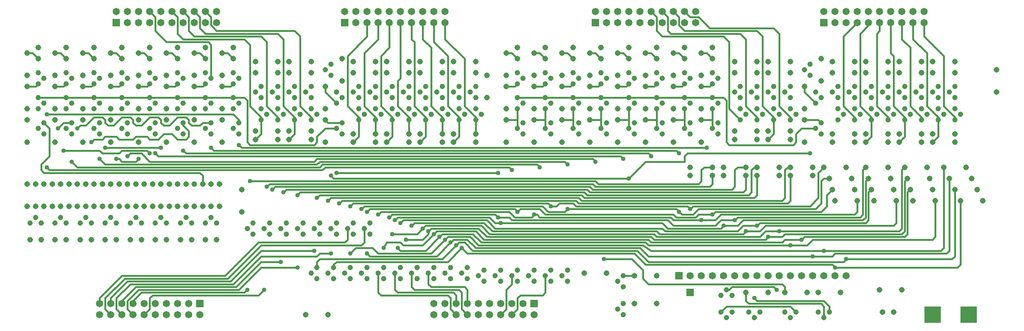
<source format=gtl>
G04 Output by ViewMate Deluxe V11.0.9  PentaLogix LLC*
G04 Mon Sep 14 11:20:40 2015*
%FSLAX33Y33*%
%MOMM*%
%IPPOS*%
%ADD11C,1.3081*%
%ADD12C,1.209*%
%ADD17C,1.016*%
%ADD114R,3.81X3.81*%
%ADD115R,1.651X1.651*%
%ADD116C,1.651*%
%ADD117R,1.8009X1.8009*%
%ADD118C,0.4064*%

%LPD*%
X0Y0D2*D118*G1X31521Y46038D2*X32156Y46038D1*X32791Y45402*X121691Y10478D2*X122961Y11748D1*X122961Y14288*X123596Y14922*X128676Y14922*X129311Y15558*X129311Y19368*X121691Y19368D2*X121691Y17462D1*X120421Y16192*X120421Y11748*X119151Y10478*X61366Y16192D2*X60731Y15558D1*X37236Y15558*X35331Y13652*X35331Y13018*X37871Y10478D2*X39141Y11748D1*X39141Y14288*X39776Y14922*X63906Y14922*X65176Y16192*X88036Y30162D2*X88036Y26988D1*X84226Y30162D2*X84226Y27622D1*X83591Y26988*X63906Y26988*X56286Y19368*X32791Y19368*X27711Y14288*X27711Y13018*X30251Y10478D2*X28981Y11748D1*X28981Y14288*X33426Y18732*X56921Y18732*X64541Y26352*X87401Y26352*X88036Y26988*X102641Y20002D2*X102641Y17462D1*X103276Y16828*X110896Y16828*X111531Y16192*X111531Y13018*X108991Y13018D2*X108991Y14922D1*X108356Y15558*X95656Y15558*X95021Y16192*X95021Y20002*X98831Y20002D2*X98831Y16828D1*X99466Y16192*X109626Y16192*X110261Y15558*X110261Y11748*X111531Y10478*X108991Y10478D2*X107721Y11748D1*X107721Y14288*X107086Y14922*X91846Y14922*X91211Y15558*X91211Y20002*X81051Y21272D2*X81051Y21908D1*X81686Y22542*X107086Y22542*X110261Y25718*X111531Y24448*X149631Y24448*X149631Y19368D2*X147091Y19368D1*X192176Y13018D2*X175666Y13018D1*X209956Y29528D2*X182651Y29528D1*X179476Y29528*X178206Y28258*X154711Y28258*X154076Y28892*X116611Y28892*X114706Y30798*X102006Y30798*X101371Y30162*X100101Y28892*X94386Y28892*X96926Y32068D2*X96291Y31432D1*X161061Y79692D2*X162331Y78422D1*X164236Y78422*X166776Y75882*X181381Y75882*X182651Y74612*X188366Y62548D2*X188366Y61278D1*X190906Y58738*X178841Y58102D2*X178841Y73978D1*X177571Y75248*X161061Y75248*X159791Y76518*X159791Y78422*X158521Y79692*X155981Y79692D2*X157251Y78422D1*X157251Y75248*X157886Y74612*X173761Y74612*X175031Y73342*X175031Y58102*X171221Y57468D2*X171221Y72708D1*X169951Y73978*X155981Y73978*X154711Y75248*X154711Y78422*X153441Y79692*X120421Y70168D2*X121691Y70168D1*X122961Y68898*X126771Y70168D2*X128041Y70168D1*X129311Y68898*X133121Y70168D2*X134391Y70168D1*X135661Y68898*X139471Y70168D2*X140741Y70168D1*X142011Y68898*X145821Y70168D2*X147091Y70168D1*X148361Y68898*X152171Y70168D2*X153441Y70168D1*X154711Y68898*X158521Y70168D2*X159791Y70168D1*X161061Y68898*X164871Y70168D2*X166141Y70168D1*X167411Y68898*X167411Y63182D2*X166776Y62548D1*X164871Y62548*X161061Y63182D2*X160426Y62548D1*X158521Y62548*X154711Y63182D2*X154076Y62548D1*X152171Y62548*X148361Y63182D2*X147726Y62548D1*X145821Y62548*X113436Y51752D2*X113436Y54928D1*X113436Y55562*X81686Y58738D2*X79146Y61278D1*X79146Y62548*X55651Y62548D2*X57556Y62548D1*X58191Y63182*X65811Y58102D2*X68351Y55562D1*X68351Y54928*X85496Y49848D2*X86766Y51118D1*X86766Y54928*X86766Y55562*X84226Y58102*X84226Y69532*X88671Y73978*X88671Y77152*X91211Y77152D2*X91211Y73342D1*X88036Y70168*X88036Y58102*X90576Y55562*X90576Y54928*X90576Y51752*X93116Y49848D2*X94386Y51118D1*X94386Y54928*X94386Y55562*X91846Y58102*X91846Y69532*X93751Y71438*X93751Y77152*X96291Y77152D2*X96291Y64452D1*X95656Y63818*X95656Y58102*X98196Y55562*X98196Y54928*X98196Y51752*X100736Y49848D2*X102006Y51118D1*X102006Y54928*X102006Y55562*X99466Y58102*X99466Y72708*X98831Y73342*X98831Y77152*X101371Y77152D2*X101371Y73342D1*X103276Y71438*X103276Y58102*X105816Y55562*X105816Y54928*X105816Y51752*X108356Y49848D2*X109626Y51118D1*X109626Y54928*X109626Y55562*X107086Y58102*X107086Y69532*X103911Y72708*X103911Y77152*X106451Y77152D2*X106451Y73342D1*X110896Y68898*X110896Y58102*X113436Y55562*X120421Y62548D2*X122326Y62548D1*X122961Y63182*X126771Y62548D2*X128676Y62548D1*X129311Y63182*X133121Y62548D2*X135026Y62548D1*X135661Y63182*X139471Y62548D2*X141376Y62548D1*X142011Y63182*X142011Y53022D2*X142011Y54928D1*X153441Y46672D2*X152806Y47308D1*X47396Y47308*X46761Y47942*X46761Y54292D2*X46761Y53658D1*X48031Y52388*X48031Y51118*X53111Y54292D2*X51206Y54292D1*X50571Y53658*X48666Y53658*X48031Y54292*X48031Y54928*X47396Y55562*X45491Y55562*X43586Y53658*X42316Y53658*X41681Y54292*X41681Y54928*X41046Y55562*X39141Y55562*X37236Y53658*X35966Y53658*X35331Y54292*X35331Y54928*X34696Y55562*X32791Y55562*X30886Y53658*X29616Y53658*X28981Y54292*X28981Y54928*X28346Y55562*X26441Y55562*X18186Y53022D2*X19456Y54292D1*X21361Y54292*X22631Y53022D2*X23266Y53658D1*X24536Y53658*X26441Y55562*X11201Y70168D2*X12471Y70168D1*X13741Y68898*X17551Y70168D2*X18821Y70168D1*X20091Y68898*X23901Y70168D2*X25171Y70168D1*X26441Y68898*X30251Y70168D2*X31521Y70168D1*X32791Y68898*X36601Y70168D2*X37871Y70168D1*X39141Y68898*X42951Y70168D2*X44221Y70168D1*X45491Y68898*X58191Y68898D2*X56921Y70168D1*X55651Y70168*X51841Y68898D2*X50571Y70168D1*X49301Y70168*X51841Y79692D2*X53111Y78422D1*X53111Y76518*X54381Y75248*X72161Y75248*X73431Y73978*X73431Y58102*X75971Y55562*X75971Y54928*X79146Y54928D2*X79781Y54292D1*X82956Y54292*X81686Y53022D2*X79146Y53022D1*X77241Y51118*X77241Y49848*X76606Y49212*X39141Y45402D2*X76606Y45402D1*X36601Y46038D2*X35966Y45402D1*X32791Y45402*X34061Y46672D2*X34696Y47308D1*X37236Y47308*X39141Y45402*X28981Y48578D2*X41681Y48578D1*X25806Y49848D2*X26441Y50482D1*X28346Y50482*X28981Y51118*X31521Y51118*X32156Y50482*X35331Y50482*X35966Y51118*X38506Y51118*X39141Y50482*X41046Y50482*X42316Y51752*X44221Y51752*X45491Y50482*X47396Y50482*X48031Y51118*X53111Y48578D2*X53746Y47942D1*X159156Y47942*X159791Y47308*X166141Y48578D2*X60096Y48578D1*X59461Y49212*X76606Y49212D2*X62001Y49212D1*X70891Y50482D2*X72161Y51752D1*X72161Y54928*X72161Y55562*X69621Y58102*X69621Y73342*X68351Y74612*X51841Y74612*X50571Y75882*X50571Y78422*X49301Y79692*X46761Y79692D2*X48031Y78422D1*X48031Y75248*X49301Y73978*X64541Y73978*X65811Y72708*X65811Y58102*X62001Y58102D2*X62001Y72072D1*X60731Y73342*X46761Y73342*X45491Y74612*X45491Y78422*X44221Y79692*X39141Y79692D2*X40411Y78422D1*X40411Y75248*X42951Y72708*X52476Y72708*X53111Y72072*X53111Y64452*X51841Y63182D2*X51206Y62548D1*X49301Y62548*X45491Y63182D2*X44856Y62548D1*X42951Y62548*X39141Y63182D2*X38506Y62548D1*X36601Y62548*X32791Y63182D2*X32156Y62548D1*X30251Y62548*X26441Y63182D2*X25806Y62548D1*X23901Y62548*X20091Y63182D2*X19456Y62548D1*X17551Y62548*X13741Y63182D2*X13106Y62548D1*X11201Y62548*X13741Y60008D2*X20091Y60008D1*X26441Y60008*X32791Y60008*X39141Y60008*X45491Y60008*X51841Y60008*X58191Y60008*X60731Y60008*X61366Y59372*X61366Y49848*X62001Y49212*X63271Y50482D2*X64541Y51752D1*X64541Y54928*X64541Y55562*X62001Y58102*X59461Y54292D2*X59461Y54928D1*X58191Y56198*X15646Y56198*X15011Y54292D2*X16281Y53022D1*X16281Y46672*X14376Y43498D2*X14376Y44768D1*X16281Y46672*X19456Y47942D2*X27711Y47942D1*X28346Y47308*X32156Y47308*X32791Y47942*X38506Y47942*X39141Y47308*X40411Y47308D2*X41046Y46672D1*X146456Y46672*X147091Y46038*X140741Y45402D2*X140106Y46038D1*X77241Y46038*X76606Y45402*X77241Y44768D2*X28981Y44768D1*X27711Y46038*X21361Y45402D2*X22631Y44132D1*X77876Y44132*X78511Y44768*X127406Y44768*X128041Y44132*X134391Y44768D2*X133756Y45402D1*X77876Y45402*X77241Y44768*X65811Y39688D2*X66446Y40322D1*X140106Y40322*X140741Y39688*X166776Y39688*X167411Y40322*X167411Y42228*X167411Y44132D2*X165506Y44132D1*X164871Y43498*X164871Y40958*X164236Y40322*X141376Y40322*X140741Y40958*X62001Y40958*X51206Y40322D2*X51206Y42228D1*X50571Y42862*X15011Y42862*X14376Y43498*X15646Y44132D2*X16281Y43498D1*X78511Y43498*X79146Y44132*X121056Y44132*X121691Y43498*X81686Y42862D2*X118516Y42862D1*X80416Y42228D2*X81051Y41592D1*X148361Y41592*X152171Y45402*X161061Y45402*X161061Y46672*X161696Y47308*X189636Y47308*X180111Y50482D2*X181381Y51752D1*X181381Y54928*X181381Y55562*X178841Y58102*X177571Y54928D2*X177571Y55562D1*X175031Y58102*X171221Y57468D2*X173761Y54928D1*X161061Y53022D2*X161061Y54928D1*X167411Y53022D2*X167411Y54928D1*X164871Y54928D2*X167411Y54928D1*X167411Y57468*X161061Y57468D2*X161061Y54928D1*X158521Y54928*X154711Y53022D2*X154711Y54928D1*X154711Y57468D2*X154711Y54928D1*X152171Y54928*X148361Y53022D2*X148361Y54928D1*X145821Y54928D2*X148361Y54928D1*X148361Y57468*X142011Y57468D2*X142011Y54928D1*X139471Y54928*X135661Y53022D2*X135661Y54928D1*X135661Y57468D2*X135661Y54928D1*X133121Y54928*X129311Y53022D2*X129311Y54928D1*X129311Y57468D2*X129311Y54928D1*X126771Y54928*X122961Y53022D2*X122961Y54928D1*X120421Y54928D2*X122961Y54928D1*X122961Y57468*X122961Y60008D2*X129311Y60008D1*X135661Y60008*X142011Y60008*X148361Y60008*X154711Y60008*X161061Y60008*X167411Y60008*X169951Y60008*X170586Y59372*X170586Y49848*X171221Y49212*X185826Y49212*X186461Y49848*X186461Y51752*X187731Y53022*X190906Y53022*X192176Y54292D2*X191541Y54928D1*X188366Y54928*X185191Y54928D2*X185191Y55562D1*X182651Y58102*X182651Y74612*X200431Y77152D2*X197256Y73978D1*X197256Y58102*X199796Y55562*X199796Y54928*X202336Y49848D2*X203606Y51118D1*X203606Y54928*X203606Y55562*X201066Y58102*X201066Y74612*X202971Y76518*X202971Y77152*X205511Y77152D2*X205511Y75248D1*X204876Y74612*X204876Y58102*X207416Y55562*X207416Y54928*X216306Y58102D2*X216306Y70168D1*X213131Y73342*X213131Y77152*X215671Y77152D2*X215671Y73978D1*X220116Y69532*X220116Y58102*X222656Y55562*X222656Y54928*X217576Y49848D2*X218846Y51118D1*X218846Y54928*X218846Y55562*X216306Y58102*X215036Y54928D2*X215036Y55562D1*X212496Y58102*X212496Y71438*X210591Y73342*X210591Y77152*X208051Y77152D2*X208051Y70168D1*X208686Y69532*X208686Y58102*X211226Y55562*X211226Y54928*X211226Y51118*X209956Y49848*X211226Y44132D2*X210591Y43498D1*X210591Y30162*X209956Y29528*X200431Y36512D2*X200431Y33972D1*X199796Y33338*X169316Y33338*X168046Y32068*X164871Y32068*X158521Y32068*X157886Y32702*X128041Y32702*X127406Y33338*X126771Y33338*X126136Y32702*X122326Y32702*X121056Y33972*X91846Y33972*X91211Y33338*X84861Y35242D2*X85496Y35878D1*X129946Y35878*X130581Y35242*X131851Y35242*X132486Y35878*X135661Y35878*X136296Y35242*X161696Y35242*X162331Y34608*X162966Y35242*X189636Y35242*X191541Y37148*X185191Y42228D2*X185191Y36512D1*X184556Y35878*X136931Y35878*X136296Y36512*X82956Y36512*X82321Y35878*X77241Y37148D2*X77876Y37782D1*X72796Y37782D2*X73431Y38418D1*X138201Y38418*X138836Y37782*X175666Y37782*X176301Y38418*X176301Y43498*X177571Y44132D2*X176936Y44132D1*X176301Y43498*X175031Y44132D2*X173126Y44132D1*X172491Y43498*X172491Y39688*X171856Y39052*X140106Y39052*X139471Y39688*X67716Y39688*X67081Y39052*X69621Y38418D2*X70256Y39052D1*X138836Y39052*X139471Y38418*X174396Y38418*X175031Y39052*X175031Y42228*X177571Y42228D2*X177571Y37782D1*X176936Y37148*X138201Y37148*X137566Y37782*X77876Y37782*X79781Y36512D2*X80416Y37148D1*X136931Y37148*X137566Y36512*X183286Y36512*X183921Y37148*X183921Y43498*X184556Y44132*X185191Y44132*X192811Y44132D2*X191541Y42862D1*X191541Y37148*X194716Y39052D2*X193446Y37782D1*X193446Y35242*X192176Y33972*X168046Y33972*X167411Y33338*X164236Y33338*X163601Y32702*X159156Y32702*X158521Y33338*X129311Y33338*X128041Y34608*X123596Y34608*X122961Y33972*X122326Y34608*X89306Y34608*X88671Y33972*X87401Y34608D2*X88036Y35242D1*X128676Y35242*X129946Y33972*X133756Y33972*X134391Y34608*X159156Y34608*X159791Y33972*X160426Y33338*X162966Y33338*X164236Y34608*X190906Y34608*X192176Y35878*X192176Y40958*X192811Y41592*X194081Y41592*X202336Y44132D2*X201701Y43498D1*X201701Y33338*X201066Y32702*X173126Y32702*X172491Y32068*X169316Y32068*X168046Y30798*X158521Y30798*X157251Y32068*X121691Y32068*X121056Y32702*X118516Y32702*X117881Y33338*X94386Y33338*X93751Y32702*X95021Y32068D2*X95656Y32702D1*X116611Y32702*X117881Y31432*X119151Y31432*X155981Y31432*X157251Y30162*X169316Y30162*X169951Y30798*X173126Y30798*X174396Y32068*X201701Y32068*X202336Y32702*X202336Y40958*X202971Y41592*X203606Y39052D2*X202971Y38418D1*X202971Y32068*X202336Y31432*X178206Y31432*X177571Y30798*X174396Y30798*X173126Y29528*X156616Y29528*X155981Y30162*X117881Y30162*X115976Y32068*X96926Y32068*X98831Y30798D2*X99466Y31432D1*X115341Y31432*X117246Y29528*X154711Y29528*X155346Y28892*X174396Y28892*X175031Y29528*X178206Y29528*X179476Y30798*X208686Y30798*X209321Y31432*X209321Y36512*X212496Y39052D2*X211861Y38418D1*X211861Y28892*X211226Y28258*X188366Y28258*X187731Y27622*X183921Y27622*X183286Y26988*X153441Y26988*X152806Y27622*X115341Y27622*X113436Y29528*X104546Y29528*X103911Y28892*X101371Y26352*X96926Y26352*X96291Y26988*X97561Y27622D2*X101371Y27622D1*X102641Y28892*X102641Y29528*X103276Y30162*X114071Y30162*X115976Y28258*X153441Y28258*X154076Y27622*X179476Y27622*X180111Y28258*X183286Y28258*X183921Y28892*X210591Y28892*X211226Y29528*X211226Y40958*X211861Y41592*X220116Y44132D2*X220116Y25718D1*X219481Y25082*X192811Y25082*X153441Y25082*X151536Y26352*X114071Y26352*X112166Y28258*X107086Y28258*X106451Y27622*X103276Y24448*X91211Y24448*X88671Y24448D2*X89306Y23812D1*X104546Y23812*X107721Y26988*X108356Y27622*X111531Y27622*X113436Y25718*X150901Y25718*X152806Y23812*X190271Y23812*X194716Y23812*X195351Y24448*X220751Y24448*X221386Y25082*X221386Y41592*X222656Y39052D2*X222656Y23812D1*X222021Y23178*X197891Y23178*X197256Y22542*X152806Y22542*X150266Y25082*X112801Y25082*X110896Y26988*X109626Y26988*X108991Y26352*X105816Y23178*X77876Y23178*X77241Y21272D2*X77241Y22542D1*X77876Y23178*X76606Y25082D2*X64541Y25082D1*X57556Y18098*X34061Y18098*X30251Y14288*X30251Y13018*X32791Y13018D2*X32791Y13652D1*X35966Y16828*X58826Y16828*X64541Y22542*X68986Y22542*X72796Y21272D2*X64541Y21272D1*X59461Y16192*X36601Y16192*X34061Y13652*X34061Y11748*X35331Y10478*X32791Y10478D2*X31521Y11748D1*X31521Y14288*X34696Y17462*X58191Y17462*X64541Y23812*X77241Y23812*X77876Y24448*X80416Y24448*X84861Y24448D2*X86131Y25718D1*X89941Y25718*X91211Y24448*X92481Y25718D2*X93116Y26988D1*X96291Y26988*X95656Y25718D2*X96291Y25082D1*X102006Y25082*X105181Y28258*X105816Y28892*X112801Y28892*X114706Y26988*X152171Y26988*X152806Y26352*X185191Y26352*X189001Y26352*X190271Y27622*X217576Y27622*X218211Y28258*X218211Y36512*X223926Y36512D2*X223926Y21908D1*X223291Y21272*X195351Y21272*X194716Y21908*X152171Y21908*X149631Y24448*X142646Y23178D2*X148996Y23178D1*X151536Y20638*X151536Y18732*X152806Y17462*X183286Y17462*X183921Y15558D2*X183921Y16828D1*X183286Y17462*X182016Y16192D2*X181381Y16828D1*X171856Y16828*X170586Y16192D2*X171221Y16192D1*X171856Y16828*X175031Y15558D2*X175031Y13652D1*X175666Y13018*X176936Y14288D2*X177571Y13652D1*X192811Y13652*X194081Y12382*X194081Y11112*X192811Y9842D2*X192811Y12382D1*X192176Y13018*X186461Y11112D2*X185191Y12382D1*X170586Y12382*X169316Y11112*D11*X55651Y62548D3*X55651Y65088D3*X42951Y65088D3*X49301Y65088D3*X49301Y62548D3*X42951Y62548D3*X36601Y62548D3*X36601Y65088D3*X13741Y71438D3*X11201Y70168D3*X13741Y68898D3*X20091Y68898D3*X17551Y70168D3*X20091Y71438D3*X32791Y71438D3*X39141Y71438D3*X45491Y71438D3*X51841Y71438D3*X58191Y71438D3*X58191Y68898D3*X55651Y70168D3*X51841Y68898D3*X49301Y70168D3*X45491Y68898D3*X42951Y70168D3*X39141Y68898D3*X36601Y70168D3*X32791Y68898D3*X30251Y70168D3*X26441Y71438D3*X23901Y70168D3*X26441Y68898D3*X23901Y65088D3*X30251Y65088D3*X30251Y62548D3*X23901Y62548D3*X17551Y62548D3*X17551Y65088D3*X11201Y65088D3*X11201Y62548D3*X11201Y54928D3*X11201Y57468D3*X17551Y57468D3*X17551Y54928D3*X30251Y54928D3*X23901Y54928D3*X23901Y57468D3*X30251Y57468D3*X36601Y57468D3*X36601Y54928D3*X49301Y54928D3*X42951Y54928D3*X42951Y57468D3*X49301Y57468D3*X55651Y57468D3*X55651Y54928D3*X55651Y49848D3*X49301Y49848D3*X42951Y49848D3*X36601Y49848D3*X30251Y49848D3*X23901Y49848D3*X17551Y49848D3*X11201Y49848D3*X11201Y40322D3*X13106Y40322D3*X15011Y40322D3*X16916Y40322D3*X18821Y40322D3*X20726Y40322D3*X22631Y40322D3*X24536Y40322D3*X26441Y40322D3*X28346Y40322D3*X30251Y40322D3*X32156Y40322D3*X34061Y40322D3*X35966Y40322D3*X37871Y40322D3*X39776Y40322D3*X41681Y40322D3*X43586Y40322D3*X45491Y40322D3*X47396Y40322D3*X49301Y40322D3*X51206Y40322D3*X53111Y40322D3*X55016Y40322D3*X60096Y39052D3*X60096Y33972D3*X55016Y35242D3*X53111Y35242D3*X51206Y35242D3*X49301Y35242D3*X47396Y35242D3*X45491Y35242D3*X43586Y35242D3*X41681Y35242D3*X39776Y35242D3*X37871Y35242D3*X35966Y35242D3*X34061Y35242D3*X32156Y35242D3*X30251Y35242D3*X28346Y35242D3*X26441Y35242D3*X24536Y35242D3*X22631Y35242D3*X20726Y35242D3*X18821Y35242D3*X16916Y35242D3*X15011Y35242D3*X13106Y35242D3*X11201Y35242D3*X11836Y27622D3*X14376Y27622D3*X17551Y27622D3*X20091Y27622D3*X23266Y27622D3*X25806Y27622D3*X28981Y27622D3*X31521Y27622D3*X34696Y27622D3*X37236Y27622D3*X40411Y27622D3*X42951Y27622D3*X46126Y27622D3*X48666Y27622D3*X51841Y27622D3*X54381Y27622D3*X74701Y10478D3*X79781Y10478D3*X206146Y11112D3*X208686Y11112D3*X232181Y61278D3*X232181Y66358D3*X215036Y68262D3*X217576Y68262D3*X222656Y68262D3*X222656Y65722D3*X217576Y65722D3*X215036Y65722D3*X164871Y49848D3*X158521Y49848D3*X152171Y49848D3*X145821Y49848D3*X139471Y49848D3*X133121Y49848D3*X126771Y49848D3*X120421Y49848D3*X113436Y51752D3*X113436Y49848D3*X105816Y49848D3*X108356Y49848D3*X108356Y51752D3*X105816Y51752D3*X98196Y51752D3*X100736Y51752D3*X100736Y49848D3*X98196Y49848D3*X90576Y49848D3*X93116Y49848D3*X93116Y51752D3*X90576Y51752D3*X85496Y51752D3*X85496Y49848D3*X79146Y49848D3*X75971Y50482D3*X70891Y50482D3*X68351Y50482D3*X63271Y50482D3*X63271Y52388D3*X68351Y52388D3*X70891Y52388D3*X75971Y52388D3*X79146Y54928D3*X79146Y57468D3*X108356Y68262D3*X105816Y68262D3*X100736Y68262D3*X98196Y68262D3*X93116Y68262D3*X90576Y68262D3*X85496Y68262D3*X82956Y68898D3*X75971Y68262D3*X70891Y68262D3*X68351Y68262D3*X63271Y68262D3*X63271Y65722D3*X68351Y65722D3*X70891Y65722D3*X75971Y65722D3*X79146Y62548D3*X82956Y63818D3*X85496Y65722D3*X90576Y65722D3*X93116Y65722D3*X98196Y65722D3*X100736Y65722D3*X105816Y65722D3*X108356Y65722D3*X126771Y65088D3*X126771Y62548D3*X133121Y62548D3*X133121Y65088D3*X145821Y65088D3*X139471Y65088D3*X139471Y62548D3*X145821Y62548D3*X152171Y62548D3*X152171Y65088D3*X158521Y65088D3*X164871Y65088D3*X164871Y62548D3*X158521Y62548D3*X158521Y57468D3*X164871Y57468D3*X164871Y54928D3*X158521Y54928D3*X152171Y54928D3*X152171Y57468D3*X139471Y57468D3*X145821Y57468D3*X145821Y54928D3*X139471Y54928D3*X133121Y54928D3*X133121Y57468D3*X126771Y57468D3*X126771Y54928D3*X120421Y54928D3*X120421Y57468D3*X115976Y60008D3*X120421Y62548D3*X120421Y65088D3*X115976Y65088D3*X113436Y65722D3*X113436Y68262D3*X129311Y71438D3*X122961Y71438D3*X120421Y70168D3*X122961Y68898D3*X126771Y70168D3*X129311Y68898D3*X135661Y68898D3*X133121Y70168D3*X135661Y71438D3*X148361Y71438D3*X142011Y71438D3*X139471Y70168D3*X142011Y68898D3*X145821Y70168D3*X148361Y68898D3*X154711Y68898D3*X152171Y70168D3*X154711Y71438D3*X167411Y71438D3*X161061Y71438D3*X158521Y70168D3*X161061Y68898D3*X164871Y70168D3*X167411Y68898D3*X185191Y65722D3*X180111Y65722D3*X177571Y65722D3*X172491Y65722D3*X172491Y68262D3*X177571Y68262D3*X180111Y68262D3*X185191Y68262D3*X192176Y68898D3*X194716Y68262D3*X199796Y68262D3*X202336Y68262D3*X207416Y68262D3*X209956Y68262D3*X209956Y65722D3*X207416Y65722D3*X202336Y65722D3*X199796Y65722D3*X194716Y65722D3*X192176Y63818D3*X188366Y62548D3*X188366Y57468D3*X188366Y54928D3*X185191Y52388D3*X180111Y52388D3*X177571Y52388D3*X172491Y52388D3*X172491Y50482D3*X177571Y50482D3*X180111Y50482D3*X185191Y50482D3*X188366Y49848D3*X194716Y51752D3*X194716Y49848D3*X202336Y49848D3*X199796Y49848D3*X199796Y51752D3*X202336Y51752D3*X209956Y51752D3*X207416Y51752D3*X207416Y49848D3*X209956Y49848D3*X217576Y49848D3*X215036Y49848D3*X215036Y51752D3*X217576Y51752D3*X222656Y51752D3*X222656Y49848D3*X229006Y36512D3*X223926Y36512D3*X212496Y39052D3*X208686Y39052D3*X203606Y39052D3*X199796Y39052D3*X194716Y39052D3*X195351Y36512D3*X200431Y36512D3*X204241Y36512D3*X209321Y36512D3*X213131Y36512D3*X218211Y36512D3*X217576Y39052D3*X222656Y39052D3*X227736Y39052D3*X226466Y41592D3*X225196Y44132D3*X221386Y41592D3*X220116Y44132D3*X216941Y41592D3*X216306Y44132D3*X211226Y44132D3*X211861Y41592D3*X208051Y41592D3*X207416Y44132D3*X202336Y44132D3*X202971Y41592D3*X199161Y41592D3*X197891Y44132D3*X194081Y41592D3*X192811Y44132D3*X190271Y44132D3*X190271Y42228D3*X182651Y42228D3*X185191Y42228D3*X185191Y44132D3*X182651Y44132D3*X175031Y44132D3*X177571Y44132D3*X177571Y42228D3*X175031Y42228D3*X167411Y42228D3*X169951Y42228D3*X169951Y44132D3*X167411Y44132D3*X162331Y44132D3*X162331Y42228D3*X138201Y20002D3*X143281Y20002D3*X154711Y19368D3*X149631Y19368D3*X149631Y13018D3*X154711Y13018D3*X175031Y15558D3*X180111Y15558D3*X183921Y15558D3*X189001Y15558D3*X191541Y15558D3*X196621Y15558D3*X205511Y16192D3*X210591Y16192D3*D12*X169316Y14922D3*X170586Y16192D3*X171856Y14922D3*X192811Y9842D3*X194081Y11112D3*X191541Y11112D3*X185191Y9842D3*X186461Y11112D3*X183921Y11112D3*X176936Y9842D3*X178206Y11112D3*X175666Y11112D3*X170586Y9842D3*X171856Y11112D3*X169316Y11112D3*X147091Y10478D3*X145821Y11748D3*X147091Y13018D3*X147091Y16828D3*X147091Y19368D3*X145821Y18098D3*X88671Y18732D3*X92481Y18732D3*X96291Y18732D3*X100101Y18732D3*X103911Y18732D3*X107721Y18732D3*X111531Y18732D3*X119151Y20638D3*X122961Y20638D3*X126771Y20638D3*X130581Y20638D3*X134391Y20638D3*X134391Y18098D3*X133121Y19368D3*X130581Y18098D3*X129311Y19368D3*X126771Y18098D3*X125501Y19368D3*X122961Y18098D3*X121691Y19368D3*X119151Y18098D3*X117881Y19368D3*X115341Y18098D3*X114071Y19368D3*X115341Y20638D3*X111531Y21272D3*X110261Y20002D3*X107721Y21272D3*X106451Y20002D3*X103911Y21272D3*X102641Y20002D3*X100101Y21272D3*X98831Y20002D3*X96291Y21272D3*X95021Y20002D3*X92481Y21272D3*X91211Y20002D3*X88671Y21272D3*X87401Y20002D3*X84861Y21272D3*X83591Y20002D3*X84861Y18732D3*X81051Y18732D3*X77241Y18732D3*X75971Y20002D3*X77241Y21272D3*X79781Y20002D3*X81051Y21272D3*X81686Y31432D3*X85496Y31432D3*X89306Y31432D3*X89306Y28892D3*X88036Y30162D3*X85496Y28892D3*X84226Y30162D3*X81686Y28892D3*X80416Y30162D3*X62636Y31432D3*X66446Y31432D3*X70256Y31432D3*X74066Y31432D3*X77876Y31432D3*X77876Y28892D3*X76606Y30162D3*X74066Y28892D3*X72796Y30162D3*X70256Y28892D3*X68986Y30162D3*X66446Y28892D3*X65176Y30162D3*X62636Y28892D3*X61366Y30162D3*X54381Y31432D3*X47396Y32702D3*X35966Y32702D3*X24536Y32702D3*X18821Y32702D3*X13106Y32702D3*X11836Y31432D3*X14376Y31432D3*X17551Y31432D3*X20091Y31432D3*X23266Y31432D3*X25806Y31432D3*X30251Y32702D3*X28981Y31432D3*X31521Y31432D3*X34696Y31432D3*X37236Y31432D3*X41681Y32702D3*X40411Y31432D3*X42951Y31432D3*X46126Y31432D3*X48666Y31432D3*X51841Y31432D3*X53111Y32702D3*X72161Y62548D3*X75971Y62548D3*X80416Y67628D3*X79146Y66358D3*X80416Y65088D3*X86766Y62548D3*X90576Y62548D3*X94386Y62548D3*X98196Y62548D3*X102006Y62548D3*X105816Y62548D3*X109626Y62548D3*X113436Y62548D3*X122961Y65722D3*X122961Y63182D3*X124231Y64452D3*X129311Y65722D3*X129311Y63182D3*X130581Y64452D3*X135661Y65722D3*X135661Y63182D3*X136931Y64452D3*X177571Y62548D3*X181381Y62548D3*X185191Y62548D3*X189636Y67628D3*X188366Y66358D3*X189636Y65088D3*X195986Y62548D3*X199796Y62548D3*X203606Y62548D3*X207416Y62548D3*X211226Y62548D3*X215036Y62548D3*X218846Y62548D3*X222656Y62548D3*X222656Y54928D3*X218846Y54928D3*X215036Y54928D3*X211226Y54928D3*X207416Y54928D3*X203606Y54928D3*X199796Y54928D3*X192176Y51752D3*X190906Y53022D3*X192176Y54292D3*X195986Y54928D3*X195986Y57468D3*X197256Y56198D3*X199796Y57468D3*X201066Y56198D3*X203606Y57468D3*X204876Y56198D3*X207416Y57468D3*X208686Y56198D3*X211226Y57468D3*X212496Y56198D3*X215036Y57468D3*X216306Y56198D3*X218846Y57468D3*X220116Y56198D3*X223926Y56198D3*X222656Y57468D3*X222656Y60008D3*X221386Y61278D3*X218846Y60008D3*X217576Y61278D3*X215036Y60008D3*X213766Y61278D3*X211226Y60008D3*X209956Y61278D3*X207416Y60008D3*X206146Y61278D3*X203606Y60008D3*X202336Y61278D3*X199796Y60008D3*X198526Y61278D3*X195986Y60008D3*X194716Y61278D3*X190906Y61278D3*X192176Y60008D3*X190906Y58738D3*X185191Y60008D3*X183921Y61278D3*X181381Y60008D3*X180111Y61278D3*X177571Y60008D3*X176301Y61278D3*X173761Y60008D3*X172491Y61278D3*X173761Y62548D3*X167411Y65722D3*X168681Y64452D3*X167411Y63182D3*X161061Y63182D3*X162331Y64452D3*X161061Y65722D3*X154711Y65722D3*X155981Y64452D3*X154711Y63182D3*X148361Y63182D3*X149631Y64452D3*X148361Y65722D3*X142011Y65722D3*X143281Y64452D3*X142011Y63182D3*X143281Y54292D3*X142011Y53022D3*X143281Y51752D3*X149631Y51752D3*X148361Y53022D3*X149631Y54292D3*X162331Y54292D3*X167411Y57468D3*X161061Y57468D3*X161061Y60008D3*X162331Y58738D3*X167411Y60008D3*X168681Y58738D3*X177571Y54928D3*X181381Y54928D3*X185191Y54928D3*X186461Y56198D3*X185191Y57468D3*X182651Y56198D3*X181381Y57468D3*X178841Y56198D3*X177571Y57468D3*X173761Y57468D3*X175031Y56198D3*X173761Y54928D3*X168681Y54292D3*X168681Y51752D3*X167411Y53022D3*X162331Y51752D3*X161061Y53022D3*X155981Y51752D3*X154711Y53022D3*X155981Y54292D3*X154711Y57468D3*X155981Y58738D3*X154711Y60008D3*X148361Y60008D3*X149631Y58738D3*X148361Y57468D3*X142011Y57468D3*X143281Y58738D3*X142011Y60008D3*X135661Y60008D3*X136931Y58738D3*X135661Y57468D3*X124231Y54292D3*X122961Y57468D3*X122961Y60008D3*X124231Y58738D3*X129311Y60008D3*X130581Y58738D3*X129311Y57468D3*X130581Y54292D3*X136931Y54292D3*X136931Y51752D3*X135661Y53022D3*X130581Y51752D3*X129311Y53022D3*X124231Y51752D3*X122961Y53022D3*X109626Y54928D3*X105816Y54928D3*X102006Y54928D3*X98196Y54928D3*X94386Y54928D3*X90576Y54928D3*X72161Y54928D3*X72161Y57468D3*X73431Y56198D3*X75971Y57468D3*X77241Y56198D3*X75971Y54928D3*X82956Y51752D3*X81686Y53022D3*X82956Y54292D3*X86766Y54928D3*X86766Y57468D3*X88036Y56198D3*X90576Y57468D3*X91846Y56198D3*X94386Y57468D3*X95656Y56198D3*X98196Y57468D3*X99466Y56198D3*X102006Y57468D3*X103276Y56198D3*X105816Y57468D3*X107086Y56198D3*X109626Y57468D3*X110896Y56198D3*X113436Y54928D3*X114706Y56198D3*X113436Y57468D3*X113436Y60008D3*X112166Y61278D3*X109626Y60008D3*X108356Y61278D3*X105816Y60008D3*X104546Y61278D3*X102006Y60008D3*X100736Y61278D3*X98196Y60008D3*X96926Y61278D3*X94386Y60008D3*X93116Y61278D3*X90576Y60008D3*X89306Y61278D3*X86766Y60008D3*X85496Y61278D3*X81686Y61278D3*X82956Y60008D3*X81686Y58738D3*X75971Y60008D3*X74701Y61278D3*X72161Y60008D3*X70891Y61278D3*X68351Y60008D3*X67081Y61278D3*X68351Y62548D3*X64541Y62548D3*X63271Y61278D3*X64541Y60008D3*X58191Y57468D3*X53111Y54292D3*X51841Y57468D3*X45491Y57468D3*X46761Y54292D3*X40411Y54292D3*X39141Y57468D3*X34061Y54292D3*X32791Y57468D3*X26441Y57468D3*X27711Y54292D3*X21361Y54292D3*X20091Y57468D3*X20091Y60008D3*X21361Y58738D3*X26441Y60008D3*X27711Y58738D3*X32791Y60008D3*X34061Y58738D3*X39141Y60008D3*X40411Y58738D3*X45491Y60008D3*X46761Y58738D3*X51841Y60008D3*X53111Y58738D3*X58191Y60008D3*X59461Y58738D3*X64541Y57468D3*X65811Y56198D3*X68351Y57468D3*X69621Y56198D3*X68351Y54928D3*X64541Y54928D3*X59461Y54292D3*X59461Y51752D3*X58191Y53022D3*X53111Y51752D3*X51841Y53022D3*X46761Y51752D3*X45491Y53022D3*X40411Y51752D3*X39141Y53022D3*X34061Y51752D3*X32791Y53022D3*X27711Y51752D3*X26441Y53022D3*X21361Y51752D3*X20091Y53022D3*X15011Y51752D3*X13741Y53022D3*X15011Y54292D3*X13741Y57468D3*X15011Y58738D3*X13741Y60008D3*X13741Y65722D3*X13741Y63182D3*X15011Y64452D3*X20091Y65722D3*X20091Y63182D3*X21361Y64452D3*X26441Y65722D3*X26441Y63182D3*X27711Y64452D3*X32791Y65722D3*X32791Y63182D3*X34061Y64452D3*X39141Y65722D3*X39141Y63182D3*X40411Y64452D3*X45491Y65722D3*X45491Y63182D3*X46761Y64452D3*X51841Y65722D3*X51841Y63182D3*X53111Y64452D3*X58191Y65722D3*X59461Y64452D3*X58191Y63182D3*D17*X15646Y44132D3*X15646Y56198D3*X18186Y53022D3*X22631Y53022D3*X25806Y49848D3*X19456Y47942D3*X21361Y45402D3*X27711Y46038D3*X28981Y48578D3*X80416Y42228D3*X81686Y42862D3*X142646Y23178D3*X176936Y14288D3*X182016Y16192D3*X195351Y21272D3*X197891Y23178D3*X192811Y25082D3*X190271Y23812D3*X185191Y26352D3*X187731Y27622D3*X182651Y29528D3*X180111Y28258D3*X175031Y29528D3*X177571Y30798D3*X172491Y32068D3*X169951Y30798D3*X167411Y33338D3*X164871Y32068D3*X159791Y33972D3*X162331Y34608D3*X189636Y47308D3*X166141Y48578D3*X159791Y47308D3*X153441Y46672D3*X147091Y46038D3*X118516Y42862D3*X121691Y43498D3*X128041Y44132D3*X134391Y44768D3*X140741Y45402D3*X148361Y41592D3*X134391Y34608D3*X130581Y35242D3*X126771Y33338D3*X122961Y33972D3*X119151Y31432D3*X118516Y32702D3*X94386Y28892D3*X61366Y16192D3*X65176Y16192D3*X72796Y21272D3*X68986Y22542D3*X76606Y25082D3*X80416Y24448D3*X84861Y24448D3*X88671Y24448D3*X92481Y25718D3*X95656Y25718D3*X97561Y27622D3*X110261Y25718D3*X108991Y26352D3*X107721Y26988D3*X106451Y27622D3*X105181Y28258D3*X103911Y28892D3*X102641Y29528D3*X101371Y30162D3*X98831Y30798D3*X96291Y31432D3*X95021Y32068D3*X93751Y32702D3*X91211Y33338D3*X88671Y33972D3*X87401Y34608D3*X84861Y35242D3*X82321Y35878D3*X79781Y36512D3*X77241Y37148D3*X72796Y37782D3*X69621Y38418D3*X67081Y39052D3*X65811Y39688D3*X62001Y40958D3*X59461Y49212D3*X53111Y48578D3*X46761Y47942D3*X41681Y48578D3*X40411Y47308D3*X39141Y47308D3*X36601Y46038D3*X34061Y46672D3*X31521Y46038D3*D114*X225831Y10478D3*X217576Y10478D3*D115*X192811Y77152D3*X140741Y77152D3*X83591Y77152D3*X31521Y77152D3*X50571Y13018D3*X126771Y13018D3*X159791Y19368D3*D116*X54381Y77152D3*X51841Y77152D3*X49301Y77152D3*X46761Y77152D3*X44221Y77152D3*X41681Y77152D3*X39141Y77152D3*X36601Y77152D3*X34061Y77152D3*X31521Y79692D3*X34061Y79692D3*X36601Y79692D3*X39141Y79692D3*X41681Y79692D3*X44221Y79692D3*X46761Y79692D3*X49301Y79692D3*X51841Y79692D3*X54381Y79692D3*X106451Y79692D3*X103911Y79692D3*X101371Y79692D3*X98831Y79692D3*X96291Y79692D3*X93751Y79692D3*X91211Y79692D3*X88671Y79692D3*X83591Y79692D3*X86131Y79692D3*X86131Y77152D3*X88671Y77152D3*X91211Y77152D3*X93751Y77152D3*X96291Y77152D3*X98831Y77152D3*X101371Y77152D3*X103911Y77152D3*X106451Y77152D3*X163601Y77152D3*X161061Y77152D3*X158521Y77152D3*X155981Y77152D3*X153441Y77152D3*X150901Y77152D3*X148361Y77152D3*X145821Y77152D3*X143281Y77152D3*X140741Y79692D3*X143281Y79692D3*X145821Y79692D3*X148361Y79692D3*X150901Y79692D3*X153441Y79692D3*X155981Y79692D3*X158521Y79692D3*X161061Y79692D3*X163601Y79692D3*X192811Y79692D3*X195351Y79692D3*X197891Y79692D3*X200431Y79692D3*X202971Y79692D3*X205511Y79692D3*X208051Y79692D3*X210591Y79692D3*X213131Y79692D3*X215671Y79692D3*X215671Y77152D3*X213131Y77152D3*X210591Y77152D3*X208051Y77152D3*X205511Y77152D3*X202971Y77152D3*X200431Y77152D3*X195351Y77152D3*X197891Y77152D3*X197891Y19368D3*X195351Y19368D3*X192811Y19368D3*X190271Y19368D3*X187731Y19368D3*X185191Y19368D3*X182651Y19368D3*X180111Y19368D3*X177571Y19368D3*X175031Y19368D3*X172491Y19368D3*X169951Y19368D3*X167411Y19368D3*X164871Y19368D3*X162331Y19368D3*X126771Y10478D3*X103911Y10478D3*X106451Y10478D3*X108991Y10478D3*X111531Y10478D3*X114071Y10478D3*X116611Y10478D3*X119151Y10478D3*X121691Y10478D3*X124231Y10478D3*X124231Y13018D3*X121691Y13018D3*X119151Y13018D3*X116611Y13018D3*X114071Y13018D3*X111531Y13018D3*X108991Y13018D3*X106451Y13018D3*X103911Y13018D3*X27711Y13018D3*X30251Y13018D3*X32791Y13018D3*X35331Y13018D3*X37871Y13018D3*X40411Y13018D3*X42951Y13018D3*X45491Y13018D3*X48031Y13018D3*X50571Y10478D3*X48031Y10478D3*X45491Y10478D3*X42951Y10478D3*X40411Y10478D3*X37871Y10478D3*X35331Y10478D3*X32791Y10478D3*X30251Y10478D3*X27711Y10478D3*D117*X162331Y15558D3*X0Y0D2*M02*
</source>
